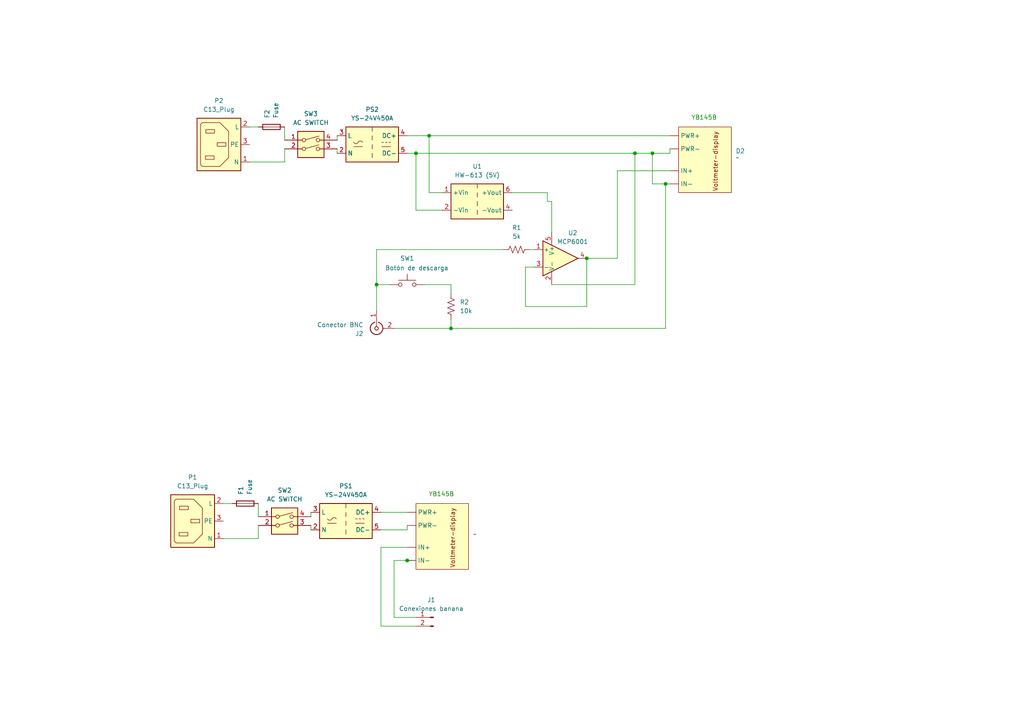
<source format=kicad_sch>
(kicad_sch (version 20231120) (generator "eeschema") (generator_version "8.0")
  (paper "A4")
  (lib_symbols
    (symbol "Amplifier_Operational:TLV172IDCK" (pin_names (offset 0.127))
      (property "Reference" "U" (at 7.62 2.54 0))
      (property "Value" "TLV172IDCK" (at 11.43 -2.54 0))
      (symbol "TLV172IDCK_0_1"
        (polyline (pts (xy -2.54 5.08) (xy -2.54 -5.08) (xy 7.62 0) (xy -2.54 5.08)) (stroke (width 0.254)) (fill (type background)))
      )
      (symbol "TLV172IDCK_1_1"
        (pin input line (at -5.08 2.54 0) (length 2.54) (name "+") (number "1"))
        (pin power_in line (at 0 -7.62 90) (length 3.81) (name "V-") (number "2"))
        (pin input line (at -5.08 -2.54 0) (length 2.54) (name "-") (number "3"))
        (pin output line (at 10.16 0 180) (length 2.54) (name "~") (number "4"))
        (pin power_in line (at 0 7.62 270) (length 3.81) (name "V+") (number "5"))
      )
    )
    (symbol "Connector:Conn_01x02_Pin" (pin_names (offset 1.016) hide)
      (property "Reference" "J" (at 0 2.54 0))
      (property "Value" "Conn_01x02_Pin" (at 0 -5.08 0))
      (symbol "Conn_01x02_Pin_1_1"
        (polyline (pts (xy 1.27 -2.54) (xy 0.8636 -2.54)) (stroke (width 0.1524)))
        (polyline (pts (xy 1.27 0) (xy 0.8636 0)) (stroke (width 0.1524)))
        (rectangle (start 0.8636 -2.413) (end 0 -2.667) (stroke (width 0.1524)) (fill (type outline)))
        (rectangle (start 0.8636 0.127) (end 0 -0.127) (stroke (width 0.1524)) (fill (type outline)))
        (pin passive line (at 5.08 0 180) (length 3.81) (name "Pin_1") (number "1"))
        (pin passive line (at 5.08 -2.54 180) (length 3.81) (name "Pin_2") (number "2"))
      )
    )
    (symbol "Connector:Conn_Coaxial" (pin_names (offset 1.016) hide)
      (property "Reference" "J" (at 0.254 3.048 0))
      (property "Value" "Conn_Coaxial" (at 2.921 0 90))
      (symbol "Conn_Coaxial_0_1"
        (arc (start -1.778 -0.508) (mid 0.2311 -1.8066) (end 1.778 0) (stroke (width 0.254)))
        (polyline (pts (xy -2.54 0) (xy -0.508 0)))
        (polyline (pts (xy 0 -2.54) (xy 0 -1.778)))
        (circle (center 0 0) (radius 0.508) (stroke (width 0.2032)))
        (arc (start 1.778 0) (mid 0.2099 1.8101) (end -1.778 0.508) (stroke (width 0.254)))
      )
      (symbol "Conn_Coaxial_1_1"
        (pin passive line (at -5.08 0 0) (length 2.54) (name "In") (number "1"))
        (pin passive line (at 0 -5.08 90) (length 2.54) (name "Ext") (number "2"))
      )
    )
    (symbol "Connector:IEC_60320_C13_Plug"
      (property "Reference" "P" (at -5.842 8.636 0))
      (property "Value" "IEC_60320_C13_Plug" (at 0.508 -9.144 0))
      (symbol "IEC_60320_C13_Plug_1_1"
        (rectangle (start -6.35 7.62) (end 6.35 -7.62) (stroke (width 0.254)) (fill (type background)))
        (rectangle (start -3.937 -3.302) (end -1.397 -4.318))
        (rectangle (start -3.81 4.318) (end -1.27 3.302))
        (rectangle (start -0.508 0.508) (end 2.032 -0.508))
        (polyline (pts (xy -4.826 -6.35) (xy -5.334 -5.842) (xy -5.334 5.842) (xy -4.826 6.35) (xy 0.254 6.35) (xy 2.794 3.81) (xy 2.794 -3.81) (xy 0.254 -6.35) (xy -4.826 -6.35)) (fill (type background)))
        (pin power_in line (at 8.89 -5.08 180) (length 2.54) (name "N") (number "1"))
        (pin power_in line (at 8.89 5.08 180) (length 2.54) (name "L") (number "2"))
        (pin bidirectional line (at 8.89 0 180) (length 2.54) (name "PE") (number "3"))
      )
    )
    (symbol "Converter_ACDC:VTX-214-015-103"
      (property "Reference" "PS" (at 0 8.89 0))
      (property "Value" "VTX-214-015-103" (at 0 6.35 0))
      (symbol "VTX-214-015-103_0_1"
        (rectangle (start -7.62 5.08) (end 7.62 -5.08) (stroke (width 0.254)) (fill (type background)))
        (arc (start -5.334 0.635) (mid -4.699 0.2495) (end -4.064 0.635))
        (arc (start -2.794 0.635) (mid -3.429 1.0072) (end -4.064 0.635))
        (polyline (pts (xy -5.334 -0.635) (xy -2.794 -0.635)))
        (polyline (pts (xy 2.794 -0.635) (xy 5.334 -0.635)))
        (polyline (pts (xy 2.794 0.635) (xy 3.302 0.635)))
        (polyline (pts (xy 3.81 0.635) (xy 4.318 0.635)))
        (polyline (pts (xy 4.826 0.635) (xy 5.334 0.635)))
      )
      (symbol "VTX-214-015-103_1_1"
        (polyline (pts (xy 0 -2.54) (xy 0 -3.81)))
        (polyline (pts (xy 0 0) (xy 0 -1.27)))
        (polyline (pts (xy 0 2.54) (xy 0 1.27)))
        (polyline (pts (xy 0 5.08) (xy 0 3.81)))
        (pin no_connect line (at 0 -5.08 90) (length 2.54) hide (name "FG") (number "1"))
        (pin power_in line (at -10.16 -2.54 0) (length 2.54) (name "N") (number "2"))
        (pin power_in line (at -10.16 2.54 0) (length 2.54) (name "L") (number "3"))
        (pin power_out line (at 10.16 2.54 180) (length 2.54) (name "DC+") (number "4"))
        (pin power_out line (at 10.16 -2.54 180) (length 2.54) (name "DC-") (number "5"))
      )
    )
    (symbol "Converter_DCDC:TBA2-2412"
      (property "Reference" "U" (at -6.35 6.35 0))
      (property "Value" "TBA2-2412" (at 2.54 6.35 0))
      (symbol "TBA2-2412_0_1"
        (rectangle (start -7.62 5.08) (end 7.62 -5.08) (stroke (width 0.254)) (fill (type background)))
        (polyline (pts (xy 0 -2.54) (xy 0 -3.81)))
        (polyline (pts (xy 0 0) (xy 0 -1.27)))
        (polyline (pts (xy 0 2.54) (xy 0 1.27)))
        (polyline (pts (xy 0 5.08) (xy 0 3.81)))
      )
      (symbol "TBA2-2412_1_1"
        (pin power_in line (at -10.16 2.54 0) (length 2.54) (name "+Vin") (number "1"))
        (pin power_in line (at -10.16 -2.54 0) (length 2.54) (name "-Vin") (number "2"))
        (pin power_out line (at 10.16 -2.54 180) (length 2.54) (name "-Vout") (number "4"))
        (pin power_out line (at 10.16 2.54 180) (length 2.54) (name "+Vout") (number "6"))
      )
    )
    (symbol "Device:Fuse" (pin_numbers hide) (pin_names (offset 0))
      (property "Reference" "F" (at 2.032 0 90))
      (property "Value" "Fuse" (at -1.905 0 90))
      (symbol "Fuse_0_1"
        (rectangle (start -0.762 -2.54) (end 0.762 2.54) (stroke (width 0.254)))
        (polyline (pts (xy 0 2.54) (xy 0 -2.54)))
      )
      (symbol "Fuse_1_1"
        (pin passive line (at 0 3.81 270) (length 1.27) (name "~") (number "1"))
        (pin passive line (at 0 -3.81 90) (length 1.27) (name "~") (number "2"))
      )
    )
    (symbol "Device:R_US" (pin_numbers hide) (pin_names (offset 0))
      (property "Reference" "R" (at 2.54 0 90))
      (property "Value" "R_US" (at -2.54 0 90))
      (symbol "R_US_0_1"
        (polyline (pts (xy 0 -2.286) (xy 0 -2.54)))
        (polyline (pts (xy 0 2.286) (xy 0 2.54)))
        (polyline (pts (xy 0 -0.762) (xy 1.016 -1.143) (xy 0 -1.524) (xy -1.016 -1.905) (xy 0 -2.286)))
        (polyline (pts (xy 0 0.762) (xy 1.016 0.381) (xy 0 0) (xy -1.016 -0.381) (xy 0 -0.762)))
        (polyline (pts (xy 0 2.286) (xy 1.016 1.905) (xy 0 1.524) (xy -1.016 1.143) (xy 0 0.762)))
      )
      (symbol "R_US_1_1"
        (pin passive line (at 0 3.81 270) (length 1.27) (name "~") (number "1"))
        (pin passive line (at 0 -3.81 90) (length 1.27) (name "~") (number "2"))
      )
    )
    (symbol "Switch:SW_DIP_x02" (pin_names (offset 0) hide)
      (property "Reference" "SW" (at 0 6.35 0))
      (property "Value" "SW_DIP_x02" (at 0 -3.81 0))
      (symbol "SW_DIP_x02_0_0"
        (circle (center -2.032 0) (radius 0.508))
        (circle (center -2.032 2.54) (radius 0.508))
        (polyline (pts (xy -1.524 0.127) (xy 2.3622 1.1684)))
        (polyline (pts (xy -1.524 2.667) (xy 2.3622 3.7084)))
        (circle (center 2.032 0) (radius 0.508))
        (circle (center 2.032 2.54) (radius 0.508))
      )
      (symbol "SW_DIP_x02_0_1"
        (rectangle (start -3.81 5.08) (end 3.81 -2.54) (stroke (width 0.254)) (fill (type background)))
      )
      (symbol "SW_DIP_x02_1_1"
        (pin passive line (at -7.62 2.54 0) (length 5.08) (name "~") (number "1"))
        (pin passive line (at -7.62 0 0) (length 5.08) (name "~") (number "2"))
        (pin passive line (at 7.62 0 180) (length 5.08) (name "~") (number "3"))
        (pin passive line (at 7.62 2.54 180) (length 5.08) (name "~") (number "4"))
      )
    )
    (symbol "Switch:SW_Push" (pin_numbers hide) (pin_names (offset 1.016) hide)
      (property "Reference" "SW" (at 1.27 2.54 0))
      (property "Value" "SW_Push" (at 0 -1.524 0))
      (symbol "SW_Push_0_1"
        (circle (center -2.032 0) (radius 0.508))
        (polyline (pts (xy 0 1.27) (xy 0 3.048)))
        (polyline (pts (xy 2.54 1.27) (xy -2.54 1.27)))
        (circle (center 2.032 0) (radius 0.508))
        (pin passive line (at -5.08 0 0) (length 2.54) (name "1") (number "1"))
        (pin passive line (at 5.08 0 180) (length 2.54) (name "2") (number "2"))
      )
    )
    (symbol "YB5145BI-DC24V-DC20V:YB5145BI-DC24V-DC20V"
      (property "Reference" "D" (at 10.16 3.302 0))
      (symbol "YB5145BI-DC24V-DC20V_0_1"
        (rectangle (start 2.54 -2.54) (end 17.78 -21.59) (fill (type background)))
      )
      (symbol "YB5145BI-DC24V-DC20V_1_1"
        (rectangle (start 10.16 -2.54) (end 10.16 -2.54))
        (text "Voltmeter-display" (at 13.208 -12.446 900) (effects (font (size 1.27 1.27))))
        (text "YB145B" (at 9.906 0.254 0) (effects (font (size 1.27 1.27))))
        (pin input line (at 0 -15.24 0) (length 2.54) (name "IN+") (number ""))
        (pin input line (at 0 -19.05 0) (length 2.54) (name "IN-") (number ""))
        (pin power_in line (at 0 -5.08 0) (length 2.54) (name "PWR+") (number ""))
        (pin passive line (at 0 -8.89 0) (length 2.54) (name "PWR-") (number ""))
      )
    )
  )
  (junction (at 124.46 39.37))
  (junction (at 118.11 162.56))
  (junction (at 193.04 53.34))
  (junction (at 109.22 82.55))
  (junction (at 120.65 44.45))
  (junction (at 184.15 44.45))
  (junction (at 170.18 74.93))
  (junction (at 130.81 95.25))
  (junction (at 189.23 44.45))
  (wire (pts (xy 128.27 60.96) (xy 120.65 60.96)))
  (wire (pts (xy 97.79 43.18) (xy 97.79 44.45)))
  (wire (pts (xy 72.39 46.99) (xy 82.55 46.99)))
  (wire (pts (xy 82.55 43.18) (xy 82.55 46.99)))
  (wire (pts (xy 154.94 77.47) (xy 152.4 77.47)))
  (wire (pts (xy 130.81 95.25) (xy 193.04 95.25)))
  (wire (pts (xy 152.4 88.9) (xy 170.18 88.9)))
  (wire (pts (xy 193.04 53.34) (xy 194.31 53.34)))
  (wire (pts (xy 110.49 148.59) (xy 118.11 148.59)))
  (wire (pts (xy 109.22 72.39) (xy 109.22 82.55)))
  (wire (pts (xy 114.3 162.56) (xy 118.11 162.56)))
  (wire (pts (xy 110.49 158.75) (xy 118.11 158.75)))
  (wire (pts (xy 128.27 55.88) (xy 124.46 55.88)))
  (wire (pts (xy 153.67 72.39) (xy 154.94 72.39)))
  (wire (pts (xy 130.81 82.55) (xy 130.81 85.09)))
  (wire (pts (xy 160.02 67.31) (xy 160.02 58.42)))
  (wire (pts (xy 124.46 55.88) (xy 124.46 39.37)))
  (wire (pts (xy 193.04 53.34) (xy 189.23 53.34)))
  (wire (pts (xy 179.07 49.53) (xy 179.07 74.93)))
  (wire (pts (xy 64.77 146.05) (xy 67.31 146.05)))
  (wire (pts (xy 90.17 152.4) (xy 90.17 153.67)))
  (wire (pts (xy 110.49 181.61) (xy 110.49 158.75)))
  (wire (pts (xy 193.04 53.34) (xy 193.04 95.25)))
  (wire (pts (xy 74.93 152.4) (xy 74.93 156.21)))
  (wire (pts (xy 114.3 95.25) (xy 130.81 95.25)))
  (wire (pts (xy 158.75 55.88) (xy 148.59 55.88)))
  (wire (pts (xy 74.93 146.05) (xy 74.93 149.86)))
  (wire (pts (xy 97.79 40.64) (xy 97.79 39.37)))
  (wire (pts (xy 184.15 44.45) (xy 189.23 44.45)))
  (wire (pts (xy 118.11 44.45) (xy 120.65 44.45)))
  (wire (pts (xy 189.23 44.45) (xy 194.31 44.45)))
  (wire (pts (xy 120.65 60.96) (xy 120.65 44.45)))
  (wire (pts (xy 110.49 153.67) (xy 118.11 153.67)))
  (wire (pts (xy 114.3 179.07) (xy 114.3 162.56)))
  (wire (pts (xy 90.17 149.86) (xy 90.17 148.59)))
  (wire (pts (xy 160.02 82.55) (xy 184.15 82.55)))
  (wire (pts (xy 152.4 77.47) (xy 152.4 88.9)))
  (wire (pts (xy 130.81 92.71) (xy 130.81 95.25)))
  (wire (pts (xy 120.65 181.61) (xy 110.49 181.61)))
  (wire (pts (xy 118.11 162.56) (xy 119.38 162.56)))
  (wire (pts (xy 120.65 44.45) (xy 184.15 44.45)))
  (wire (pts (xy 118.11 39.37) (xy 124.46 39.37)))
  (wire (pts (xy 118.11 153.67) (xy 118.11 152.4)))
  (wire (pts (xy 64.77 156.21) (xy 74.93 156.21)))
  (wire (pts (xy 179.07 74.93) (xy 170.18 74.93)))
  (wire (pts (xy 123.19 82.55) (xy 130.81 82.55)))
  (wire (pts (xy 82.55 36.83) (xy 82.55 40.64)))
  (wire (pts (xy 170.18 88.9) (xy 170.18 74.93)))
  (wire (pts (xy 120.65 179.07) (xy 114.3 179.07)))
  (wire (pts (xy 109.22 82.55) (xy 113.03 82.55)))
  (wire (pts (xy 184.15 44.45) (xy 184.15 82.55)))
  (wire (pts (xy 160.02 58.42) (xy 158.75 58.42)))
  (wire (pts (xy 158.75 58.42) (xy 158.75 55.88)))
  (wire (pts (xy 189.23 53.34) (xy 189.23 44.45)))
  (wire (pts (xy 109.22 82.55) (xy 109.22 90.17)))
  (wire (pts (xy 194.31 44.45) (xy 194.31 43.18)))
  (wire (pts (xy 179.07 49.53) (xy 194.31 49.53)))
  (wire (pts (xy 124.46 39.37) (xy 194.31 39.37)))
  (wire (pts (xy 72.39 36.83) (xy 74.93 36.83)))
  (wire (pts (xy 109.22 72.39) (xy 146.05 72.39)))
  (symbol (lib_id "Connector:IEC_60320_C13_Plug") (at 63.5 41.91 0) (unit 1)
    (property "Reference" "P2" (at 63.5 29.21 0))
    (property "Value" "C13_Plug" (at 63.5 31.75 0))
    (property "Description" "C13 Plug, 10A max" (effects (hide yes)))
  )
  (symbol (lib_id "Device:R_US") (at 130.81 88.9 180) (unit 1)
    (property "Reference" "R2" (at 133.35 87.6299 0) (effects (justify right)))
    (property "Value" "10k" (at 133.35 90.1699 0) (effects (justify right)))
    (property "Description" "Resistor, US symbol" (effects (hide yes)))
  )
  (symbol (lib_id "Connector:IEC_60320_C13_Plug") (at 55.88 151.13 0) (unit 1)
    (property "Reference" "P1" (at 55.88 138.43 0))
    (property "Value" "C13_Plug" (at 55.88 140.97 0))
    (property "Description" "C13 Plug, 10A max" (effects (hide yes)))
  )
  (symbol (lib_id "Device:R_US") (at 149.86 72.39 90) (unit 1)
    (property "Reference" "R1" (at 149.86 66.04 90))
    (property "Value" "5k" (at 149.86 68.58 90))
    (property "Description" "Resistor, US symbol" (effects (hide yes)))
  )
  (symbol (lib_id "Switch:SW_Push") (at 118.11 82.55 0) (unit 1)
    (property "Reference" "SW1" (at 118.11 74.93 0))
    (property "Value" "Botón de descarga" (at 120.904 77.724 0))
    (property "Description" "Push button switch, generic, two pins" (effects (hide yes)))
  )
  (symbol (lib_id "Converter_ACDC:VTX-214-015-103") (at 100.33 151.13 0) (unit 1)
    (property "Reference" "PS1" (at 100.33 140.97 0))
    (property "Value" "YS-24V450A" (at 100.33 143.51 0))
    (property "Footprint" "Converter_ACDC:Converter_ACDC_Vigortronix_VTX-214-015-1xx_THT" (effects (hide yes)))
    (property "Datasheet" "http://www.vigortronix.com/15WattSMPSPCBModuleAC-DC" (effects (hide yes)))
    (property "Description" "3V Vigortronix 15W ACDC Converters" (effects (hide yes)))
  )
  (symbol (lib_id "YB5145BI-DC24V-DC20V:YB5145BI-DC24V-DC20V") (at 118.11 143.51 0) (unit 1)
    (property "Reference" "D1" (effects (hide yes)))
    (property "Value" "~" (at 137.16 154.9372 0) (effects (justify left)))
  )
  (symbol (lib_id "Converter_ACDC:VTX-214-015-103") (at 107.95 41.91 0) (unit 1)
    (property "Reference" "PS2" (at 107.95 31.75 0))
    (property "Value" "YS-24V450A" (at 107.95 34.29 0))
    (property "Footprint" "Converter_ACDC:Converter_ACDC_Vigortronix_VTX-214-015-1xx_THT" (effects (hide yes)))
    (property "Datasheet" "http://www.vigortronix.com/15WattSMPSPCBModuleAC-DC" (effects (hide yes)))
    (property "Description" "3V Vigortronix 15W ACDC Converters" (effects (hide yes)))
  )
  (symbol (lib_id "Connector:Conn_01x02_Pin") (at 125.73 179.07 0) (mirror y) (unit 1)
    (property "Reference" "J1" (at 125.095 173.99 0))
    (property "Value" "Conexiones banana" (at 125.095 176.53 0))
    (property "Description" "Generic connector, single row, 01x02, script generated" (effects (hide yes)))
  )
  (symbol (lib_id "Amplifier_Operational:TLV172IDCK") (at 160.02 74.93 0) (unit 1)
    (property "Reference" "U2" (at 166.116 67.564 0))
    (property "Value" "MCP6001" (at 166.116 70.104 0))
    (property "Footprint" "Package_TO_SOT_SMD:SOT-353_SC-70-5" (effects (hide yes)))
    (property "Datasheet" "http://www.ti.com/lit/ds/symlink/tlv172.pdf" (effects (hide yes)))
    (property "Description" "Low-power Operational Amplifier, SOT-353" (effects (hide yes)))
  )
  (symbol (lib_id "Switch:SW_DIP_x02") (at 90.17 43.18 0) (unit 1)
    (property "Reference" "SW3" (at 90.17 33.02 0))
    (property "Value" "AC SWITCH" (at 90.17 35.56 0))
    (property "Description" "2x DIP Switch, Single Pole Single Throw (SPST) switch, small symbol" (effects (hide yes)))
  )
  (symbol (lib_id "Switch:SW_DIP_x02") (at 82.55 152.4 0) (unit 1)
    (property "Reference" "SW2" (at 82.55 142.24 0))
    (property "Value" "AC SWITCH" (at 82.55 144.78 0))
    (property "Description" "2x DIP Switch, Single Pole Single Throw (SPST) switch, small symbol" (effects (hide yes)))
  )
  (symbol (lib_id "Connector:Conn_Coaxial") (at 109.22 95.25 90) (mirror x) (unit 1)
    (property "Reference" "J2" (at 105.41 96.774 90) (effects (justify left)))
    (property "Value" "Conector BNC" (at 105.41 94.234 90) (effects (justify left)))
    (property "Description" "coaxial connector (BNC, SMA, SMB, SMC, Cinch/RCA, LEMO, ...)" (effects (hide yes)))
  )
  (symbol (lib_id "YB5145BI-DC24V-DC20V:YB5145BI-DC24V-DC20V") (at 194.31 34.29 0) (unit 1)
    (property "Reference" "D2" (at 213.36 43.8121 0) (effects (justify left)))
    (property "Value" "~" (at 213.36 45.7172 0) (effects (justify left)))
  )
  (symbol (lib_id "Device:Fuse") (at 71.12 146.05 90) (unit 1)
    (property "Reference" "F1" (at 69.8499 143.51 0) (effects (justify left)))
    (property "Value" "Fuse" (at 72.3899 143.51 0) (effects (justify left)))
    (property "Description" "Fuse" (effects (hide yes)))
  )
  (symbol (lib_id "Converter_DCDC:TBA2-2412") (at 138.43 58.42 0) (unit 1)
    (property "Reference" "U1" (at 138.43 48.26 0))
    (property "Value" "HW-613 (5V)" (at 138.43 50.8 0))
    (property "Footprint" "Converter_DCDC:Converter_DCDC_TRACO_TBA2-xxxx_Single_THT" (effects (hide yes)))
    (property "Datasheet" "https://www.tracopower.com/products/tba2.pdf" (effects (hide yes)))
    (property "Description" "2W DC/DC converter unregulated, 21.6-26.4V input, 12V fixed output voltage, 165mA output, 1.5kVDC isolation, SIP-7" (effects (hide yes)))
  )
  (symbol (lib_id "Device:Fuse") (at 78.74 36.83 90) (unit 1)
    (property "Reference" "F2" (at 77.4699 34.29 0) (effects (justify left)))
    (property "Value" "Fuse" (at 80.0099 34.29 0) (effects (justify left)))
    (property "Description" "Fuse" (effects (hide yes)))
  )
)
</source>
